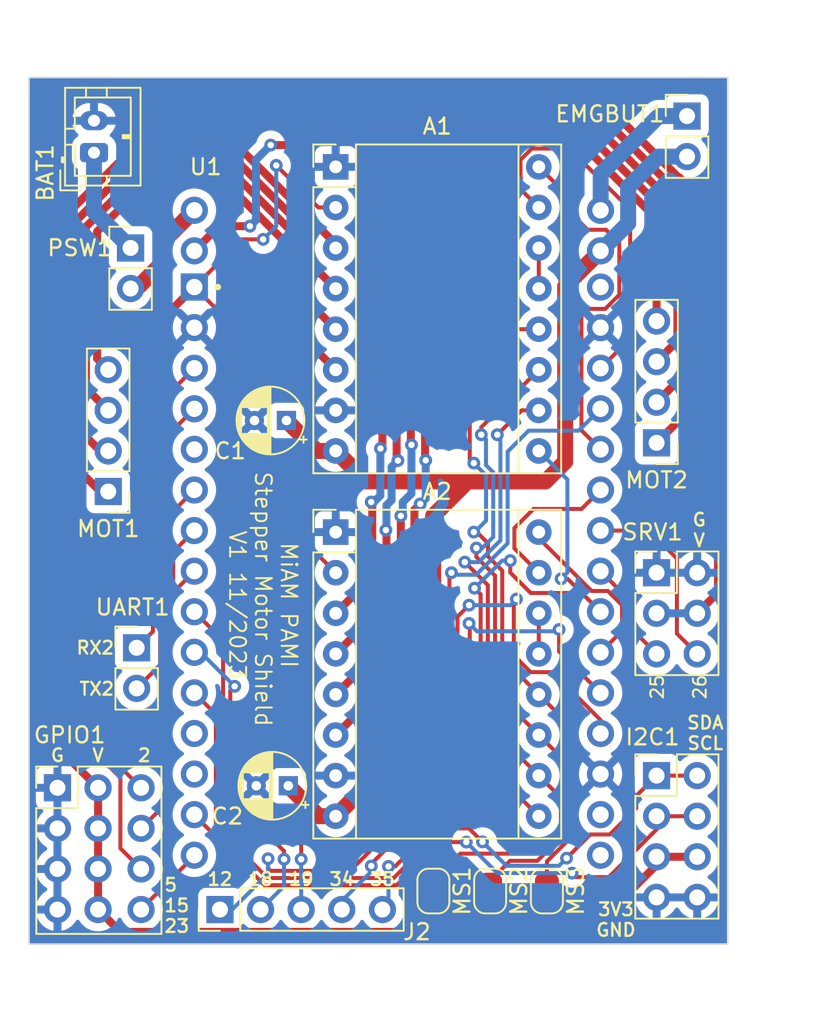
<source format=kicad_pcb>
(kicad_pcb (version 20221018) (generator pcbnew)
  (layers (0 "F.Cu" signal) (31 "B.Cu" signal) (34 "B.Paste" user) (35 "F.Paste" user) (36 "B.SilkS" user "B.Silkscreen") (37 "F.SilkS" user "F.Silkscreen") (38 "B.Mask" user) (39 "F.Mask" user) (44 "Edge.Cuts" user))
  (net 0 "")
  (net 1 "GND")
  (net 2 "+12V")
  (net 3 "/BAT_READING")
  (net 4 "+3V3")
  (net 5 "/POWER_SWITCH")
  (net 6 "/EMERGENCY_BUTTON")
  (net 7 "/5V_POWER")
  (net 8 "/SDA")
  (net 9 "/SCL")
  (net 10 "/BATTERY_INPUT")
  (net 11 "/RX2")
  (net 12 "/TX2")
  (net 13 "/GPIO2")
  (net 14 "/GPIO5")
  (net 15 "/GPIO15")
  (net 16 "/GPIO23")
  (net 17 "/SERVO_PWM_1")
  (net 18 "/SERVO_PWM_2")
  (net 23 "Net-(A1-1B)")
  (net 24 "Net-(A1-1A)")
  (net 25 "Net-(A1-2A)")
  (net 26 "Net-(A1-2B)")
  (net 27 "/NOT_MOT_EN")
  (net 28 "/MS1")
  (net 29 "/MS2")
  (net 30 "/MS3")
  (net 31 "Net-(A1-~{RESET})")
  (net 32 "/STEP_1")
  (net 33 "/DIR_1")
  (net 34 "Net-(A2-1B)")
  (net 35 "Net-(A2-1A)")
  (net 36 "Net-(A2-2A)")
  (net 37 "Net-(A2-2B)")
  (net 38 "Net-(A2-~{RESET})")
  (net 39 "/STEP_2")
  (net 40 "/DIR_2")
  (net 42 "/GPIO12")
  (net 43 "/GPIO18")
  (net 44 "/GPIO19")
  (net 45 "/GPIO34")
  (net 46 "/GPIO35")
  (footprint "Jumper:SolderJumper-2_P1.3mm_Open_RoundedPad1.0x1.5mm" (layer "F.Cu") (at 79.756 97.394 -90)
    (fp_text reference "MS3")
    (fp_text value "SolderJumper_2_Open")
  )
  (footprint "Connector_PinHeader_2.54mm:PinHeader_2x04_P2.54mm_Vertical" (layer "F.Cu") (at 86.614 90.17)
    (fp_text reference "I2C1")
    (fp_text value "Conn_02x04_Odd_Even")
  )
  (footprint "Connector_PinHeader_2.54mm:PinHeader_1x02_P2.54mm_Vertical" (layer "F.Cu") (at 54.102 82.169)
    (fp_text reference "UART1")
    (fp_text value "Conn_01x02_Male")
  )
  (footprint "MiAM_ESP32_Footprints:ESP32_ShieldPattern" (layer "F.Cu") (at 70.4088 75.1078)
    (fp_text reference "U1")
    (fp_text value "ESP32-DEVKIT-V1" hide)
  )
  (footprint "Connector_PinHeader_2.54mm:PinHeader_2x03_P2.54mm_Vertical" (layer "F.Cu") (at 86.614 77.47)
    (fp_text reference "SRV1")
    (fp_text value "Conn_02x03_Odd_Even")
  )
  (footprint "Module:Pololu_Breakout-16_15.2x20.3mm" (layer "F.Cu") (at 66.548 74.93)
    (fp_text reference "A2")
    (fp_text value "Pololu_Breakout_A4988")
  )
  (footprint "MiAM_ESP32_Footprints:PinHeader_3x4_P2.54mm_Vertical" (layer "F.Cu") (at 49.149 90.932)
    (fp_text reference "GPIO1")
    (fp_text value "~")
  )
  (footprint "Connector_PinHeader_2.54mm:PinHeader_1x04_P2.54mm_Vertical" (layer "F.Cu") (at 52.324 72.39 180)
    (fp_text reference "MOT1")
    (fp_text value "Conn_01x04_Male")
  )
  (footprint "Connector_PinHeader_2.54mm:PinHeader_1x04_P2.54mm_Vertical" (layer "F.Cu") (at 86.614 69.342 180)
    (fp_text reference "MOT2")
    (fp_text value "Conn_01x04_Male")
  )
  (footprint "Capacitor_THT:CP_Radial_D4.0mm_P2.00mm" (layer "F.Cu") (at 63.468 67.945 180)
    (fp_text reference "C1")
    (fp_text value "100uF")
  )
  (footprint "Capacitor_THT:CP_Radial_D4.0mm_P2.00mm" (layer "F.Cu") (at 63.5836 90.805 180)
    (fp_text reference "C2")
    (fp_text value "100uF")
  )
  (footprint "Jumper:SolderJumper-2_P1.3mm_Open_RoundedPad1.0x1.5mm" (layer "F.Cu") (at 76.206 97.394 -90)
    (fp_text reference "MS2")
    (fp_text value "SolderJumper_2_Open")
  )
  (footprint "Module:Pololu_Breakout-16_15.2x20.3mm" (layer "F.Cu") (at 66.548 52.07)
    (fp_text reference "A1")
    (fp_text value "Pololu_Breakout_A4988")
  )
  (footprint "Connector_PinHeader_2.54mm:PinHeader_1x02_P2.54mm_Vertical" (layer "F.Cu") (at 88.519 48.89)
    (fp_text reference "EMGBUT1")
    (fp_text value "Conn_01x02_Male")
  )
  (footprint "Jumper:SolderJumper-2_P1.3mm_Open_RoundedPad1.0x1.5mm" (layer "F.Cu") (at 72.656 97.394 -90)
    (fp_text reference "MS1")
    (fp_text value "SolderJumper_2_Open")
  )
  (footprint "Connector_PinHeader_2.54mm:PinHeader_1x02_P2.54mm_Vertical" (layer "F.Cu") (at 53.721 57.145)
    (fp_text reference "PSW1")
    (fp_text value "Conn_01x02_Male")
  )
  (footprint "Connector_JST:JST_PH_B2B-PH-K_1x02_P2.00mm_Vertical" (layer "F.Cu") (at 51.435 51.181 90)
    (fp_text reference "BAT1")
    (fp_text value "Screw_Terminal_01x02")
  )
  (footprint "Connector_PinHeader_2.54mm:PinHeader_1x05_P2.54mm_Vertical" (layer "F.Cu") (at 59.309 98.552 90)
    (fp_text reference "J2")
    (fp_text value "Conn_01x05_Male")
  )
  (gr_rect (start 47.371 46.482) (end 91.059 100.711) (stroke (width 0.1)) (fill none) (layer "Edge.Cuts"))
  (gr_text "G\nV" (at 89.281 74.803) (layer "F.SilkS") (effects (font (size 0.8 0.8))))
  (gr_text "34" (at 66.929 96.647) (layer "F.SilkS") (effects (font (size 0.8 0.8))))
  (gr_text "35" (at 69.469 96.647) (layer "F.SilkS") (effects (font (size 0.8 0.8))))
  (gr_text "5\n15\n23" (at 55.753 98.298) (layer "F.SilkS") (effects (font (size 0.8 0.8)) (justify left)))
  (gr_text "MiAM PAMI\nStepper Motor Shield \nV1 11/2023" (at 59.817 79.502 -90) (layer "F.SilkS") (effects (font (size 1 1) (thickness 0.125)) (justify bottom)))
  (gr_text "26" (at 89.789 85.471 90) (layer "F.SilkS") (effects (font (size 0.8 0.8) (thickness 0.125)) (justify left bottom)))
  (gr_text "G" (at 49.149 88.9) (layer "F.SilkS") (effects (font (size 0.8 0.8))))
  (gr_text "2" (at 54.102 88.9) (layer "F.SilkS") (effects (font (size 0.8 0.8)) (justify left)))
  (gr_text "RX2" (at 52.772 82.169) (layer "F.SilkS") (effects (font (size 0.8 0.8)) (justify right)))
  (gr_text "19" (at 64.389 96.647) (layer "F.SilkS") (effects (font (size 0.8 0.8))))
  (gr_text "12" (at 59.309 96.647) (layer "F.SilkS") (effects (font (size 0.8 0.8))))
  (gr_text "3V3\nGND" (at 84.074 99.187) (layer "F.SilkS") (effects (font (size 0.8 0.8))))
  (gr_text "25" (at 87.122 85.471 90) (layer "F.SilkS") (effects (font (size 0.8 0.8) (thickness 0.125)) (justify left bottom)))
  (gr_text "TX2" (at 52.772 84.739) (layer "F.SilkS") (effects (font (size 0.8 0.8)) (justify right)))
  (gr_text "18" (at 61.849 96.647) (layer "F.SilkS") (effects (font (size 0.8 0.8))))
  (gr_text "SDA\nSCL" (at 89.662 87.503) (layer "F.SilkS") (effects (font (size 0.8 0.8))))
  (gr_text "V" (at 51.689 88.9) (layer "F.SilkS") (effects (font (size 0.8 0.8))))
  (segment (start 83.1185 54.7855) (end 83.1185 52.5175) (width 1) (layer "B.Cu") (net 2))
  (segment (start 83.1185 52.5175) (end 86.746 48.89) (width 1) (layer "B.Cu") (net 2))
  (segment (start 86.746 48.89) (end 88.519 48.89) (width 1) (layer "B.Cu") (net 2))
  (segment (start 59.944 70.866) (end 66.548 77.47) (width 0.25) (layer "F.Cu") (net 4))
  (segment (start 53.086 99.949) (end 51.689 98.552) (width 0.5) (layer "F.Cu") (net 4))
  (segment (start 86.614 95.25) (end 86.614 95.758) (width 0.5) (layer "F.Cu") (net 4))
  (segment (start 57.7088 59.5928) (end 54.229 63.0726) (width 0.5) (layer "F.Cu") (net 4))
  (segment (start 54.229 63.0726) (end 54.229 74.5175) (width 0.5) (layer "F.Cu") (net 4))
  (segment (start 79.756 98.044) (end 79.756 99.949) (width 0.25) (layer "F.Cu") (net 4))
  (segment (start 89.154 95.25) (end 86.614 95.25) (width 0.5) (layer "F.Cu") (net 4))
  (segment (start 72.656 99.937) (end 72.644 99.949) (width 0.25) (layer "F.Cu") (net 4))
  (segment (start 82.423 99.949) (end 79.756 99.949) (width 0.5) (layer "F.Cu") (net 4))
  (segment (start 86.614 95.758) (end 82.423 99.949) (width 0.5) (layer "F.Cu") (net 4))
  (segment (start 49.911 78.8355) (end 49.911 89.154) (width 0.5) (layer "F.Cu") (net 4))
  (segment (start 62.010312 56.607688) (end 60.693912 56.607688) (width 0.25) (layer "F.Cu") (net 4))
  (segment (start 79.756 99.949) (end 76.2 99.949) (width 0.5) (layer "F.Cu") (net 4))
  (segment (start 76.2 99.949) (end 72.644 99.949) (width 0.5) (layer "F.Cu") (net 4))
  (segment (start 49.911 89.154) (end 51.689 90.932) (width 0.5) (layer "F.Cu") (net 4))
  (segment (start 54.229 74.5175) (end 49.911 78.8355) (width 0.5) (layer "F.Cu") (net 4))
  (segment (start 72.644 99.949) (end 53.086 99.949) (width 0.5) (layer "F.Cu") (net 4))
  (segment (start 60.693912 56.607688) (end 57.7088 59.5928) (width 0.25) (layer "F.Cu") (net 4))
  (segment (start 72.656 98.044) (end 72.656 99.937) (width 0.25) (layer "F.Cu") (net 4))
  (segment (start 65.463376 54.61) (end 62.830688 51.977312) (width 0.25) (layer "F.Cu") (net 4))
  (segment (start 76.206 98.044) (end 76.206 99.943) (width 0.25) (layer "F.Cu") (net 4))
  (segment (start 59.944 61.828) (end 59.944 70.866) (width 0.25) (layer "F.Cu") (net 4))
  (segment (start 51.689 98.552) (end 51.689 90.932) (width 0.5) (layer "F.Cu") (net 4))
  (segment (start 57.7088 59.5928) (end 59.944 61.828) (width 0.25) (layer "F.Cu") (net 4))
  (segment (start 66.548 54.61) (end 65.463376 54.61) (width 0.25) (layer "F.Cu") (net 4))
  (segment (start 76.206 99.943) (end 76.2 99.949) (width 0.25) (layer "F.Cu") (net 4))
  (via (at 62.830688 51.977312) (size 0.8) (drill 0.4) (layers "F.Cu" "B.Cu") (net 4))
  (via (at 62.010312 56.607688) (size 0.8) (drill 0.4) (layers "F.Cu" "B.Cu") (net 4))
  (segment (start 62.830688 55.787312) (end 62.830688 51.977312) (width 0.25) (layer "B.Cu") (net 4))
  (segment (start 62.010312 56.607688) (end 62.830688 55.787312) (width 0.25) (layer "B.Cu") (net 4))
  (segment (start 54.102 59.69) (end 53.721 59.69) (width 1) (layer "F.Cu") (net 5))
  (segment (start 55.753 56.7436) (end 55.753 58.039) (width 1) (layer "F.Cu") (net 5))
  (segment (start 55.753 58.039) (end 54.102 59.69) (width 1) (layer "F.Cu") (net 5))
  (segment (start 57.7088 54.7878) (end 55.753 56.7436) (width 1) (layer "F.Cu") (net 5))
  (segment (start 66.548 92.71) (end 65.4886 92.71) (width 1) (layer "F.Cu") (net 6))
  (segment (start 80.899 70.526104) (end 79.670104 71.755) (width 1) (layer "F.Cu") (net 6))
  (segment (start 65.373 69.85) (end 63.468 67.945) (width 1) (layer "F.Cu") (net 6))
  (segment (start 74.802295 71.755) (end 72.644 73.913295) (width 1) (layer "F.Cu") (net 6))
  (segment (start 72.644 73.913295) (end 72.644 86.614) (width 1) (layer "F.Cu") (net 6))
  (segment (start 68.453 71.755) (end 66.548 69.85) (width 1) (layer "F.Cu") (net 6))
  (segment (start 80.899 59.5376) (end 80.899 70.526104) (width 1) (layer "F.Cu") (net 6))
  (segment (start 79.670104 71.755) (end 68.453 71.755) (width 1) (layer "F.Cu") (net 6))
  (segment (start 83.1088 57.3278) (end 80.899 59.5376) (width 1) (layer "F.Cu") (net 6))
  (segment (start 65.4886 92.71) (end 63.5836 90.805) (width 1) (layer "F.Cu") (net 6))
  (segment (start 79.670104 71.755) (end 74.802295 71.755) (width 1) (layer "F.Cu") (net 6))
  (segment (start 72.644 86.614) (end 66.548 92.71) (width 1) (layer "F.Cu") (net 6))
  (segment (start 66.548 69.85) (end 65.373 69.85) (width 1) (layer "F.Cu") (net 6))
  (segment (start 84.836 53.34) (end 84.836 55.608) (width 1) (layer "B.Cu") (net 6))
  (segment (start 88.519 51.43) (end 86.746 51.43) (width 1) (layer "B.Cu") (net 6))
  (segment (start 84.836 55.608) (end 83.1185 57.3255) (width 1) (layer "B.Cu") (net 6))
  (segment (start 86.746 51.43) (end 84.836 53.34) (width 1) (layer "B.Cu") (net 6))
  (segment (start 59.254412 55.782188) (end 57.7088 57.3278) (width 0.5) (layer "F.Cu") (net 7))
  (segment (start 90.454 78.71) (end 89.154 80.01) (width 0.5) (layer "F.Cu") (net 7))
  (segment (start 67.183 47.371) (end 82.62317 47.371) (width 0.5) (layer "F.Cu") (net 7))
  (segment (start 82.62317 47.371) (end 87.977514 52.725344) (width 0.5) (layer "F.Cu") (net 7))
  (segment (start 88.031344 52.725344) (end 90.454 55.148) (width 0.5) (layer "F.Cu") (net 7))
  (segment (start 90.454 55.148) (end 90.454 78.71) (width 0.5) (layer "F.Cu") (net 7))
  (segment (start 62.484 50.707312) (end 63.846688 50.707312) (width 0.5) (layer "F.Cu") (net 7))
  (segment (start 61.184812 55.782188) (end 59.254412 55.782188) (width 0.5) (layer "F.Cu") (net 7))
  (segment (start 63.846688 50.707312) (end 67.183 47.371) (width 0.5) (layer "F.Cu") (net 7))
  (segment (start 87.977514 52.725344) (end 88.031344 52.725344) (width 0.5) (layer "F.Cu") (net 7))
  (via (at 61.184812 55.782188) (size 0.8) (drill 0.4) (layers "F.Cu" "B.Cu") (net 7))
  (via (at 62.484 50.707312) (size 0.8) (drill 0.4) (layers "F.Cu" "B.Cu") (net 7))
  (segment (start 62.484 50.707312) (end 61.560688 51.630624) (width 0.5) (layer "B.Cu") (net 7))
  (segment (start 61.560688 55.406312) (end 61.184812 55.782188) (width 0.5) (layer "B.Cu") (net 7))
  (segment (start 89.154 80.01) (end 86.614 80.01) (width 0.5) (layer "B.Cu") (net 7))
  (segment (start 61.560688 51.630624) (end 61.560688 55.406312) (width 0.5) (layer "B.Cu") (net 7))
  (segment (start 59.055 93.343604) (end 59.055 86.339) (width 0.25) (layer "F.Cu") (net 8))
  (segment (start 74.93 93.472) (end 73.280396 93.472) (width 0.25) (layer "F.Cu") (net 8))
  (segment (start 70.174396 96.578) (end 62.289396 96.578) (width 0.25) (layer "F.Cu") (net 8))
  (segment (start 73.280396 93.472) (end 70.174396 96.578) (width 0.25) (layer "F.Cu") (net 8))
  (segment (start 85.344 91.44) (end 86.614 90.17) (width 0.25) (layer "F.Cu") (net 8))
  (segment (start 74.93 93.519429) (end 74.93 93.472) (width 0.25) (layer "F.Cu") (net 8))
  (segment (start 59.055 86.339) (end 57.7088 84.9928) (width 0.25) (layer "F.Cu") (net 8))
  (segment (start 80.984807 95.335807) (end 82.467614 93.853) (width 0.25) (layer "F.Cu") (net 8))
  (segment (start 62.289396 96.578) (end 59.055 93.343604) (width 0.25) (layer "F.Cu") (net 8))
  (segment (start 85.344 92.202) (end 85.344 91.44) (width 0.25) (layer "F.Cu") (net 8))
  (segment (start 82.467614 93.853) (end 83.693 93.853) (width 0.25) (layer "F.Cu") (net 8))
  (segment (start 83.693 93.853) (end 85.344 92.202) (width 0.25) (layer "F.Cu") (net 8))
  (segment (start 75.727523 94.316952) (end 74.93 93.519429) (width 0.25) (layer "F.Cu") (net 8))
  (segment (start 89.154 90.17) (end 86.614 90.17) (width 0.25) (layer "F.Cu") (net 8))
  (via (at 80.984807 95.335807) (size 0.8) (drill 0.4) (layers "F.Cu" "B.Cu") (net 8))
  (via (at 75.727523 94.316952) (size 0.8) (drill 0.4) (layers "F.Cu" "B.Cu") (net 8))
  (segment (start 75.727523 94.316952) (end 77.226571 95.816) (width 0.25) (layer "B.Cu") (net 8))
  (segment (start 80.504614 95.816) (end 80.984807 95.335807) (width 0.25) (layer "B.Cu") (net 8))
  (segment (start 77.226571 95.816) (end 80.504614 95.816) (width 0.25) (layer "B.Cu") (net 8))
  (segment (start 73.059292 94.3295) (end 70.360792 97.028) (width 0.25) (layer "F.Cu") (net 9))
  (segment (start 89.154 92.71) (end 86.614 92.71) (width 0.25) (layer "F.Cu") (net 9))
  (segment (start 70.360792 97.028) (end 62.103 97.028) (width 0.25) (layer "F.Cu") (net 9))
  (segment (start 86.614 93.5355) (end 86.614 92.71) (width 0.25) (layer "F.Cu") (net 9))
  (segment (start 57.7088 92.6338) (end 57.7088 92.6128) (width 0.25) (layer "F.Cu") (net 9))
  (segment (start 81.3296 96.273956) (end 81.575644 96.52) (width 0.25) (layer "F.Cu") (net 9))
  (segment (start 81.575644 96.52) (end 83.6295 96.52) (width 0.25) (layer "F.Cu") (net 9))
  (segment (start 62.103 97.028) (end 57.7088 92.6338) (width 0.25) (layer "F.Cu") (net 9))
  (segment (start 74.715472 94.3295) (end 73.059292 94.3295) (width 0.25) (layer "F.Cu") (net 9))
  (segment (start 83.6295 96.52) (end 86.614 93.5355) (width 0.25) (layer "F.Cu") (net 9))
  (via (at 81.3296 96.273956) (size 0.8) (drill 0.4) (layers "F.Cu" "B.Cu") (net 9))
  (via (at 74.715472 94.3295) (size 0.8) (drill 0.4) (layers "F.Cu" "B.Cu") (net 9))
  (segment (start 74.715472 94.3295) (end 76.651972 96.266) (width 0.25) (layer "B.Cu") (net 9))
  (segment (start 76.651972 96.266) (end 81.321644 96.266) (width 0.25) (layer "B.Cu") (net 9))
  (segment (start 81.321644 96.266) (end 81.3296 96.273956) (width 0.25) (layer "B.Cu") (net 9))
  (segment (start 51.435 54.859) (end 53.691472 57.115472) (width 1) (layer "B.Cu") (net 10))
  (segment (start 51.435 51.181) (end 51.435 54.859) (width 1) (layer "B.Cu") (net 10))
  (segment (start 55.88 77.936208) (end 55.88 74.129) (width 0.25) (layer "F.Cu") (net 11))
  (segment (start 55.118 81.153) (end 55.118 78.698208) (width 0.25) (layer "F.Cu") (net 11))
  (segment (start 55.118 78.698208) (end 55.88 77.936208) (width 0.25) (layer "F.Cu") (net 11))
  (segment (start 55.88 74.129) (end 57.7185 72.2905) (width 0.25) (layer "F.Cu") (net 11))
  (segment (start 54.102 82.169) (end 55.118 81.153) (width 0.25) (layer "F.Cu") (net 11))
  (segment (start 55.568 78.884604) (end 55.568 83.243) (width 0.25) (layer "F.Cu") (net 12))
  (segment (start 56.388 76.161) (end 56.388 78.064604) (width 0.25) (layer "F.Cu") (net 12))
  (segment (start 57.7185 74.8305) (end 56.388 76.161) (width 0.25) (layer "F.Cu") (net 12))
  (segment (start 56.388 78.064604) (end 55.568 78.884604) (width 0.25) (layer "F.Cu") (net 12))
  (segment (start 55.568 83.243) (end 54.102 84.709) (width 0.25) (layer "F.Cu") (net 12))
  (segment (start 55.372 69.5496) (end 57.7088 67.2128) (width 0.25) (layer "F.Cu") (net 13))
  (segment (start 51.816 78.994) (end 55.372 75.438) (width 0.25) (layer "F.Cu") (net 13))
  (segment (start 54.379 90.932) (end 51.816 88.369) (width 0.25) (layer "F.Cu") (net 13))
  (segment (start 51.816 88.369) (end 51.816 78.994) (width 0.25) (layer "F.Cu") (net 13))
  (segment (start 55.372 75.438) (end 55.372 69.5496) (width 0.25) (layer "F.Cu") (net 13))
  (segment (start 56.018 79.071) (end 56.018 91.833) (width 0.25) (layer "F.Cu") (net 14))
  (segment (start 56.018 91.833) (end 54.379 93.472) (width 0.25) (layer "F.Cu") (net 14))
  (segment (start 57.7185 77.3705) (end 56.018 79.071) (width 0.25) (layer "F.Cu") (net 14))
  (segment (start 51.308 88.519) (end 51.308 78.865604) (width 0.25) (layer "F.Cu") (net 15))
  (segment (start 53.086 94.719) (end 53.086 90.297) (width 0.25) (layer "F.Cu") (net 15))
  (segment (start 53.086 90.297) (end 51.308 88.519) (width 0.25) (layer "F.Cu") (net 15))
  (segment (start 54.922 75.251604) (end 54.922 67.4596) (width 0.25) (layer "F.Cu") (net 15))
  (segment (start 51.308 78.865604) (end 54.922 75.251604) (width 0.25) (layer "F.Cu") (net 15))
  (segment (start 54.922 67.4596) (end 57.7088 64.6728) (width 0.25) (layer "F.Cu") (net 15))
  (segment (start 54.379 96.012) (end 53.086 94.719) (width 0.25) (layer "F.Cu") (net 15))
  (segment (start 57.7185 95.1895) (end 54.379 98.529) (width 0.25) (layer "F.Cu") (net 16))
  (segment (start 57.7185 95.1505) (end 57.7185 95.1895) (width 0.25) (layer "F.Cu") (net 16))
  (segment (start 54.379 98.529) (end 54.379 98.552) (width 0.25) (layer "F.Cu") (net 16))
  (segment (start 84.963 80.899) (end 86.614 82.55) (width 0.25) (layer "F.Cu") (net 17))
  (segment (start 84.963 79.227) (end 84.963 80.899) (width 0.25) (layer "F.Cu") (net 17))
  (segment (start 83.1088 77.3728) (end 84.963 79.227) (width 0.25) (layer "F.Cu") (net 17))
  (segment (start 87.884 81.28) (end 87.884 76.58038) (width 0.25) (layer "F.Cu") (net 18))
  (segment (start 87.884 76.58038) (end 86.13642 74.8328) (width 0.25) (layer "F.Cu") (net 18))
  (segment (start 86.13642 74.8328) (end 83.1088 74.8328) (width 0.25) (layer "F.Cu") (net 18))
  (segment (start 89.154 82.55) (end 87.884 81.28) (width 0.25) (layer "F.Cu") (net 18))
  (segment (start 49.53 55.245) (end 49.53 70.094) (width 0.5) (layer "F.Cu") (net 23))
  (segment (start 66.548 56.896) (end 60.452 50.8) (width 0.5) (layer "F.Cu") (net 23))
  (segment (start 49.53 70.094) (end 51.826 72.39) (width 0.5) (layer "F.Cu") (net 23))
  (segment (start 60.452 50.8) (end 53.975 50.8) (width 0.5) (layer "F.Cu") (net 23))
  (segment (start 66.548 57.15) (end 66.548 56.896) (width 0.5) (layer "F.Cu") (net 23))
  (segment (start 53.975 50.8) (end 49.53 55.245) (width 0.5) (layer "F.Cu") (net 23))
  (segment (start 50.23 68.254) (end 51.826 69.85) (width 0.5) (layer "F.Cu") (net 24))
  (segment (start 54.26495 51.5) (end 60.16205 51.5) (width 0.5) (layer "F.Cu") (net 24))
  (segment (start 64.77 57.912) (end 64.77 56.10795) (width 0.5) (layer "F.Cu") (net 24))
  (segment (start 50.23 55.53495) (end 50.23 68.254) (width 0.5) (layer "F.Cu") (net 24))
  (segment (start 64.77 56.10795) (end 60.16205 51.5) (width 0.5) (layer "F.Cu") (net 24))
  (segment (start 66.548 59.69) (end 64.77 57.912) (width 0.5) (layer "F.Cu") (net 24))
  (segment (start 54.26495 51.5) (end 50.23 55.53495) (width 0.5) (layer "F.Cu") (net 24))
  (segment (start 64.008 56.3359) (end 59.8721 52.2) (width 0.5) (layer "F.Cu") (net 25))
  (segment (start 66.548 62.23) (end 64.008 59.69) (width 0.5) (layer "F.Cu") (net 25))
  (segment (start 54.5549 52.2) (end 50.93 55.8249) (width 0.5) (layer "F.Cu") (net 25))
  (segment (start 50.93 65.916) (end 52.324 67.31) (width 0.5) (layer "F.Cu") (net 25))
  (segment (start 64.008 59.69) (end 64.008 56.3359) (width 0.5) (layer "F.Cu") (net 25))
  (segment (start 50.93 55.8249) (end 50.93 65.916) (width 0.5) (layer "F.Cu") (net 25))
  (segment (start 59.8721 52.2) (end 54.5549 52.2) (width 0.5) (layer "F.Cu") (net 25))
  (segment (start 51.63 56.11485) (end 51.63 64.076) (width 0.5) (layer "F.Cu") (net 26))
  (segment (start 51.63 64.076) (end 52.324 64.77) (width 0.5) (layer "F.Cu") (net 26))
  (segment (start 63.246 61.468) (end 63.246 56.642) (width 0.5) (layer "F.Cu") (net 26))
  (segment (start 59.504 52.9) (end 54.84485 52.9) (width 0.5) (layer "F.Cu") (net 26))
  (segment (start 54.84485 52.9) (end 51.63 56.11485) (width 0.5) (layer "F.Cu") (net 26))
  (segment (start 66.548 64.77) (end 63.246 61.468) (width 0.5) (layer "F.Cu") (net 26))
  (segment (start 63.246 56.642) (end 59.504 52.9) (width 0.5) (layer "F.Cu") (net 26))
  (segment (start 80.645 77.851) (end 81.047 77.851) (width 0.25) (layer "F.Cu") (net 27))
  (segment (start 81.936 78.74) (end 83.1088 79.9128) (width 0.25) (layer "F.Cu") (net 27))
  (segment (start 77.465701 77.465701) (end 78.74 78.74) (width 0.25) (layer "F.Cu") (net 27))
  (segment (start 77.465701 76.712299) (end 77.465701 77.465701) (width 0.25) (layer "F.Cu") (net 27))
  (segment (start 78.74 78.74) (end 81.936 78.74) (width 0.25) (layer "F.Cu") (net 27))
  (segment (start 81.047 77.851) (end 83.1088 79.9128) (width 0.25) (layer "F.Cu") (net 27))
  (segment (start 75.612 89.074) (end 79.248 92.71) (width 0.25) (layer "F.Cu") (net 27))
  (segment (start 75.612 78.824324) (end 75.612 89.074) (width 0.25) (layer "F.Cu") (net 27))
  (segment (start 75.228838 78.441162) (end 75.612 78.824324) (width 0.25) (layer "F.Cu") (net 27))
  (via (at 77.465701 76.712299) (size 0.8) (drill 0.4) (layers "F.Cu" "B.Cu") (net 27))
  (via (at 75.228838 78.441162) (size 0.8) (drill 0.4) (layers "F.Cu" "B.Cu") (net 27))
  (via (at 80.645 77.851) (size 0.8) (drill 0.4) (layers "F.Cu" "B.Cu") (net 27))
  (segment (start 81.036953 77.459047) (end 81.036953 71.638953) (width 0.25) (layer "B.Cu") (net 27))
  (segment (start 81.036953 71.638953) (end 79.248 69.85) (width 0.25) (layer "B.Cu") (net 27))
  (segment (start 77.465701 76.712299) (end 76.957701 76.712299) (width 0.25) (layer "B.Cu") (net 27))
  (segment (start 80.645 77.851) (end 81.036953 77.459047) (width 0.25) (layer "B.Cu") (net 27))
  (segment (start 76.957701 76.712299) (end 75.228838 78.441162) (width 0.25) (layer "B.Cu") (net 27))
  (segment (start 74.346 95.054) (end 72.656 96.744) (width 0.25) (layer "F.Cu") (net 28))
  (segment (start 79.248 67.31) (end 78.178003 67.31) (width 0.25) (layer "F.Cu") (net 28))
  (segment (start 80.634 93.389224) (end 78.969224 95.054) (width 0.25) (layer "F.Cu") (net 28))
  (segment (start 78.178003 67.31) (end 76.654003 68.834) (width 0.25) (layer "F.Cu") (net 28))
  (segment (start 76.062 86.984) (end 79.248 90.17) (width 0.25) (layer "F.Cu") (net 28))
  (segment (start 79.248 90.17) (end 80.634 91.556) (width 0.25) (layer "F.Cu") (net 28))
  (segment (start 78.969224 95.054) (end 74.346 95.054) (width 0.25) (layer "F.Cu") (net 28))
  (segment (start 80.634 91.556) (end 80.634 93.389224) (width 0.25) (layer "F.Cu") (net 28))
  (segment (start 74.620522 76.808246) (end 76.062 78.249724) (width 0.25) (layer "F.Cu") (net 28))
  (segment (start 76.062 78.249724) (end 76.062 86.984) (width 0.25) (layer "F.Cu") (net 28))
  (via (at 74.620522 76.808246) (size 0.8) (drill 0.4) (layers "F.Cu" "B.Cu") (net 28))
  (via (at 76.654003 68.834) (size 0.8) (drill 0.4) (layers "F.Cu" "B.Cu") (net 28))
  (segment (start 76.849342 75.446154) (end 75.48725 76.808246) (width 0.25) (layer "B.Cu") (net 28))
  (segment (start 76.654003 68.834) (end 76.849342 69.029339) (width 0.25) (layer "B.Cu") (net 28))
  (segment (start 75.48725 76.808246) (end 74.620522 76.808246) (width 0.25) (layer "B.Cu") (net 28))
  (segment (start 76.849342 69.029339) (end 76.849342 75.446154) (width 0.25) (layer "B.Cu") (net 28))
  (segment (start 79.248 64.77) (end 75.6545 68.3635) (width 0.25) (layer "F.Cu") (net 29))
  (segment (start 81.084 93.57562) (end 79.15562 95.504) (width 0.25) (layer "F.Cu") (net 29))
  (segment (start 77.446 95.504) (end 76.206 96.744) (width 0.25) (layer "F.Cu") (net 29))
  (segment (start 76.512 84.894) (end 79.248 87.63) (width 0.25) (layer "F.Cu") (net 29))
  (segment (start 75.345022 75.925169) (end 75.345022 76.488022) (width 0.25) (layer "F.Cu") (net 29))
  (segment (start 76.512 77.655) (end 76.512 84.894) (width 0.25) (layer "F.Cu") (net 29))
  (segment (start 79.248 87.63) (end 81.084 89.466) (width 0.25) (layer "F.Cu") (net 29))
  (segment (start 75.345022 76.488022) (end 76.512 77.655) (width 0.25) (layer "F.Cu") (net 29))
  (segment (start 75.6545 68.3635) (end 75.6545 68.834) (width 0.25) (layer "F.Cu") (net 29))
  (segment (start 81.084 89.466) (end 81.084 93.57562) (width 0.25) (layer "F.Cu") (net 29))
  (segment (start 79.15562 95.504) (end 77.446 95.504) (width 0.25) (layer "F.Cu") (net 29))
  (via (at 75.6545 68.834) (size 0.8) (drill 0.4) (layers "F.Cu" "B.Cu") (net 29))
  (via (at 75.345022 75.925169) (size 0.8) (drill 0.4) (layers "F.Cu" "B.Cu") (net 29))
  (segment (start 75.712831 75.925169) (end 75.345022 75.925169) (width 0.25) (layer "B.Cu") (net 29))
  (segment (start 75.946 70.737604) (end 76.399342 71.190946) (width 0.25) (layer "B.Cu") (net 29))
  (segment (start 75.946 69.1255) (end 75.946 70.737604) (width 0.25) (layer "B.Cu") (net 29))
  (segment (start 76.399342 71.190946) (end 76.399342 75.238658) (width 0.25) (layer "B.Cu") (net 29))
  (segment (start 75.6545 68.834) (end 75.946 69.1255) (width 0.25) (layer "B.Cu") (net 29))
  (segment (start 76.399342 75.238658) (end 75.712831 75.925169) (width 0.25) (layer "B.Cu") (net 29))
  (segment (start 75.375158 74.93) (end 76.070022 75.624864) (width 0.25) (layer "F.Cu") (net 30))
  (segment (start 74.93 70.358) (end 75.184 70.612) (width 0.25) (layer "F.Cu") (net 30))
  (segment (start 76.070022 75.624864) (end 76.070022 76.451022) (width 0.25) (layer "F.Cu") (net 30))
  (segment (start 79.756 95.540016) (end 79.756 96.744) (width 0.25) (layer "F.Cu") (net 30))
  (segment (start 81.534 87.376) (end 81.534 93.762016) (width 0.25) (layer "F.Cu") (net 30))
  (segment (start 79.248 85.09) (end 81.534 87.376) (width 0.25) (layer "F.Cu") (net 30))
  (segment (start 76.962 62.23) (end 74.93 64.262) (width 0.25) (layer "F.Cu") (net 30))
  (segment (start 76.962 77.343) (end 76.962 82.804) (width 0.25) (layer "F.Cu") (net 30))
  (segment (start 74.93 64.262) (end 74.93 70.358) (width 0.25) (layer "F.Cu") (net 30))
  (segment (start 75.184 74.93) (end 75.375158 74.93) (width 0.25) (layer "F.Cu") (net 30))
  (segment (start 76.070022 76.451022) (end 76.962 77.343) (width 0.25) (layer "F.Cu") (net 30))
  (segment (start 81.534 93.762016) (end 79.756 95.540016) (width 0.25) (layer "F.Cu") (net 30))
  (segment (start 79.248 62.23) (end 76.962 62.23) (width 0.25) (layer "F.Cu") (net 30))
  (segment (start 76.962 82.804) (end 79.248 85.09) (width 0.25) (layer "F.Cu") (net 30))
  (via (at 75.184 70.612) (size 0.8) (drill 0.4) (layers "F.Cu" "B.Cu") (net 30))
  (via (at 75.184 74.93) (size 0.8) (drill 0.4) (layers "F.Cu" "B.Cu") (net 30))
  (segment (start 75.949342 74.215411) (end 75.949342 71.377342) (width 0.25) (layer "B.Cu") (net 30))
  (segment (start 75.234753 74.93) (end 75.949342 74.215411) (width 0.25) (layer "B.Cu") (net 30))
  (segment (start 75.949342 71.377342) (end 75.184 70.612) (width 0.25) (layer "B.Cu") (net 30))
  (segment (start 75.184 74.93) (end 75.234753 74.93) (width 0.25) (layer "B.Cu") (net 30))
  (segment (start 79.248 57.15) (end 79.248 59.69) (width 0.25) (layer "F.Cu") (net 31))
  (segment (start 81.157527 50.927) (end 84.963 54.732473) (width 0.25) (layer "F.Cu") (net 32))
  (segment (start 84.963 54.732473) (end 84.963 62.8186) (width 0.25) (layer "F.Cu") (net 32))
  (segment (start 84.963 62.8186) (end 83.1088 64.6728) (width 0.25) (layer "F.Cu") (net 32))
  (segment (start 78.807122 50.927) (end 81.157527 50.927) (width 0.25) (layer "F.Cu") (net 32))
  (segment (start 78.123 53.485) (end 78.123 52.723) (width 0.25) (layer "F.Cu") (net 32))
  (segment (start 78.105 51.629122) (end 78.807122 50.927) (width 0.25) (layer "F.Cu") (net 32))
  (segment (start 78.123 52.723) (end 78.105 52.705) (width 0.25) (layer "F.Cu") (net 32))
  (segment (start 78.105 52.705) (end 78.105 51.629122) (width 0.25) (layer "F.Cu") (net 32))
  (segment (start 79.248 54.61) (end 78.123 53.485) (width 0.25) (layer "F.Cu") (net 32))
  (segment (start 84.2838 56.842746) (end 84.2838 60.077854) (width 0.25) (layer "F.Cu") (net 33))
  (segment (start 83.401654 60.96) (end 82.296 60.96) (width 0.25) (layer "F.Cu") (net 33))
  (segment (start 83.448054 56.007) (end 84.2838 56.842746) (width 0.25) (layer "F.Cu") (net 33))
  (segment (start 82.296 56.007) (end 83.448054 56.007) (width 0.25) (layer "F.Cu") (net 33))
  (segment (start 81.407 54.229) (end 81.407 55.118) (width 0.25) (layer "F.Cu") (net 33))
  (segment (start 82.296 60.96) (end 81.915 61.341) (width 0.25) (layer "F.Cu") (net 33))
  (segment (start 81.915 61.341) (end 81.915 68.559) (width 0.25) (layer "F.Cu") (net 33))
  (segment (start 81.407 55.118) (end 82.296 56.007) (width 0.25) (layer "F.Cu") (net 33))
  (segment (start 81.915 68.559) (end 83.1088 69.7528) (width 0.25) (layer "F.Cu") (net 33))
  (segment (start 84.2838 60.077854) (end 83.401654 60.96) (width 0.25) (layer "F.Cu") (net 33))
  (segment (start 79.248 52.07) (end 81.407 54.229) (width 0.25) (layer "F.Cu") (net 33))
  (segment (start 69.469 53.213) (end 74.611001 48.071) (width 0.5) (layer "F.Cu") (net 34))
  (segment (start 82.33322 48.071) (end 87.687565 53.425344) (width 0.5) (layer "F.Cu") (net 34))
  (segment (start 69.469 69.575226) (end 69.469 53.213) (width 0.5) (layer "F.Cu") (net 34))
  (segment (start 69.347729 69.696497) (end 69.469 69.575226) (width 0.5) (layer "F.Cu") (net 34))
  (segment (start 87.687565 53.425344) (end 87.741394 53.425344) (width 0.5) (layer "F.Cu") (net 34))
  (segment (start 68.7705 73.045) (end 68.834 73.1085) (width 0.5) (layer "F.Cu") (net 34))
  (segment (start 68.834 73.1085) (end 68.834 77.724) (width 0.5) (layer "F.Cu") (net 34))
  (segment (start 74.611001 48.071) (end 82.33322 48.071) (width 0.5) (layer "F.Cu") (net 34))
  (segment (start 89.346 66.61) (end 86.614 69.342) (width 0.5) (layer "F.Cu") (net 34))
  (segment (start 68.834 77.724) (end 66.548 80.01) (width 0.5) (layer "F.Cu") (net 34))
  (segment (start 87.741394 53.425344) (end 89.346 55.02995) (width 0.5) (layer "F.Cu") (net 34))
  (segment (start 89.346 55.02995) (end 89.346 66.61) (width 0.5) (layer "F.Cu") (net 34))
  (via (at 68.7705 73.045) (size 0.8) (drill 0.4) (layers "F.Cu" "B.Cu") (net 34))
  (via (at 69.347729 69.696497) (size 0.8) (drill 0.4) (layers "F.Cu" "B.Cu") (net 34))
  (segment (start 69.342 69.702226) (end 69.347729 69.696497) (width 0.5) (layer "B.Cu") (net 34))
  (segment (start 68.7705 73.045) (end 68.937086 73.045) (width 0.5) (layer "B.Cu") (net 34))
  (segment (start 68.937086 73.045) (end 69.342 72.640086) (width 0.5) (layer "B.Cu") (net 34))
  (segment (start 69.342 72.640086) (end 69.342 69.702226) (width 0.5) (layer "B.Cu") (net 34))
  (segment (start 88.646 64.77) (end 86.614 66.802) (width 0.5) (layer "F.Cu") (net 35))
  (segment (start 69.723 79.375) (end 66.548 82.55) (width 0.5) (layer "F.Cu") (net 35))
  (segment (start 88.646 55.3199) (end 88.646 64.77) (width 0.5) (layer "F.Cu") (net 35))
  (segment (start 69.6835 74.803) (end 69.723 74.8425) (width 0.5) (layer "F.Cu") (net 35))
  (segment (start 87.451444 54.125344) (end 88.646 55.3199) (width 0.5) (layer "F.Cu") (net 35))
  (segment (start 70.358 70.372229) (end 70.358 53.31395) (width 0.5) (layer "F.Cu") (net 35))
  (segment (start 70.358 53.31395) (end 74.90095 48.771) (width 0.5) (layer "F.Cu") (net 35))
  (segment (start 87.397616 54.125344) (end 87.451444 54.125344) (width 0.5) (layer "F.Cu") (net 35))
  (segment (start 70.437 70.451229) (end 70.358 70.372229) (width 0.5) (layer "F.Cu") (net 35))
  (segment (start 82.04327 48.771) (end 87.397616 54.125344) (width 0.5) (layer "F.Cu") (net 35))
  (segment (start 74.90095 48.771) (end 82.04327 48.771) (width 0.5) (layer "F.Cu") (net 35))
  (segment (start 69.723 74.8425) (end 69.723 79.375) (width 0.5) (layer "F.Cu") (net 35))
  (via (at 70.437 70.451229) (size 0.8) (drill 0.4) (layers "F.Cu" "B.Cu") (net 35))
  (via (at 69.6835 74.803) (size 0.8) (drill 0.4) (layers "F.Cu" "B.Cu") (net 35))
  (segment (start 69.723 74.7635) (end 69.723 73.249036) (width 0.5) (layer "B.Cu") (net 35))
  (segment (start 69.6835 74.803) (end 69.723 74.7635) (width 0.5) (layer "B.Cu") (net 35))
  (segment (start 70.042 70.846229) (end 70.437 70.451229) (width 0.5) (layer "B.Cu") (net 35))
  (segment (start 70.042 72.930035) (end 70.042 70.846229) (width 0.5) (layer "B.Cu") (net 35))
  (segment (start 69.723 73.249036) (end 70.042 72.930035) (width 0.5) (layer "B.Cu") (net 35))
  (segment (start 71.247 53.4149) (end 75.1909 49.471) (width 0.5) (layer "F.Cu") (net 36))
  (segment (start 75.1909 49.471) (end 81.75332 49.471) (width 0.5) (layer "F.Cu") (net 36))
  (segment (start 70.621154 81.016846) (end 66.548 85.09) (width 0.5) (layer "F.Cu") (net 36))
  (segment (start 87.914 55.63168) (end 87.914 62.962) (width 0.5) (layer "F.Cu") (net 36))
  (segment (start 87.914 62.962) (end 86.614 64.262) (width 0.5) (layer "F.Cu") (net 36))
  (segment (start 81.75332 49.471) (end 87.914 55.63168) (width 0.5) (layer "F.Cu") (net 36))
  (segment (start 70.621154 73.9145) (end 70.621154 81.016846) (width 0.5) (layer "F.Cu") (net 36))
  (segment (start 71.2865 69.469) (end 71.247 69.4295) (width 0.5) (layer "F.Cu") (net 36))
  (segment (start 70.621654 73.914) (end 70.621154 73.9145) (width 0.5) (layer "F.Cu") (net 36))
  (segment (start 71.247 69.4295) (end 71.247 53.4149) (width 0.5) (layer "F.Cu") (net 36))
  (via (at 70.621654 73.914) (size 0.8) (drill 0.4) (layers "F.Cu" "B.Cu") (net 36))
  (via (at 71.2865 69.469) (size 0.8) (drill 0.4) (layers "F.Cu" "B.Cu") (net 36))
  (segment (start 70.621654 73.914) (end 70.742 73.793654) (width 0.5) (layer "B.Cu") (net 36))
  (segment (start 70.742 73.05899) (end 71.2865 72.51449) (width 0.5) (layer "B.Cu") (net 36))
  (segment (start 70.742 73.793654) (end 70.742 73.05899) (width 0.5) (layer "B.Cu") (net 36))
  (segment (start 71.2865 72.51449) (end 71.2865 69.469) (width 0.5) (layer "B.Cu") (net 36))
  (segment (start 86.614 55.321626) (end 86.614 61.722) (width 0.5) (layer "F.Cu") (net 37))
  (segment (start 75.48085 50.171) (end 81.463371 50.171) (width 0.5) (layer "F.Cu") (net 37))
  (segment (start 72.136 70.396639) (end 72.136 53.51585) (width 0.5) (layer "F.Cu") (net 37))
  (segment (start 71.471154 82.706846) (end 66.548 87.63) (width 0.5) (layer "F.Cu") (net 37))
  (segment (start 81.463371 50.171) (end 86.614 55.321626) (width 0.5) (layer "F.Cu") (net 37))
  (segment (start 71.835542 73.166824) (end 71.471154 73.531212) (width 0.5) (layer "F.Cu") (net 37))
  (segment (start 71.471154 73.531212) (end 71.471154 82.706846) (width 0.5) (layer "F.Cu") (net 37))
  (segment (start 72.176616 70.437255) (end 72.136 70.396639) (width 0.5) (layer "F.Cu") (net 37))
  (segment (start 72.136 53.51585) (end 75.48085 50.171) (width 0.5) (layer "F.Cu") (net 37))
  (via (at 72.176616 70.437255) (size 0.8) (drill 0.4) (layers "F.Cu" "B.Cu") (net 37))
  (via (at 71.835542 73.166824) (size 0.8) (drill 0.4) (layers "F.Cu" "B.Cu") (net 37))
  (segment (start 71.835542 73.166824) (end 72.176616 72.82575) (width 0.5) (layer "B.Cu") (net 37))
  (segment (start 72.176616 72.82575) (end 72.176616 70.437255) (width 0.5) (layer "B.Cu") (net 37))
  (segment (start 79.248 80.01) (end 79.248 82.55) (width 0.25) (layer "F.Cu") (net 38))
  (segment (start 81.9216 73.48) (end 78.92 73.48) (width 0.25) (layer "F.Cu") (net 39))
  (segment (start 77.724 74.676) (end 77.724 75.946) (width 0.25) (layer "F.Cu") (net 39))
  (segment (start 78.92 73.48) (end 77.724 74.676) (width 0.25) (layer "F.Cu") (net 39))
  (segment (start 77.724 75.946) (end 79.248 77.47) (width 0.25) (layer "F.Cu") (net 39))
  (segment (start 83.1088 72.2928) (end 81.9216 73.48) (width 0.25) (layer "F.Cu") (net 39))
  (segment (start 84.455 79.502) (end 84.455 81.1066) (width 0.25) (layer "F.Cu") (net 40))
  (segment (start 82.55 78.613) (end 83.566 78.613) (width 0.25) (layer "F.Cu") (net 40))
  (segment (start 84.455 81.1066) (end 83.1088 82.4528) (width 0.25) (layer "F.Cu") (net 40))
  (segment (start 79.248 75.311) (end 82.55 78.613) (width 0.25) (layer "F.Cu") (net 40))
  (segment (start 79.248 74.93) (end 79.248 75.311) (width 0.25) (layer "F.Cu") (net 40))
  (segment (start 83.566 78.613) (end 84.455 79.502) (width 0.25) (layer "F.Cu") (net 40))
  (segment (start 67.448 96.128) (end 73.66 89.916) (width 0.25) (layer "F.Cu") (net 42))
  (segment (start 73.66 77.597) (end 73.787 77.47) (width 0.25) (layer "F.Cu") (net 42))
  (segment (start 62.319453 95.971661) (end 62.475792 96.128) (width 0.25) (layer "F.Cu") (net 42))
  (segment (start 62.475792 96.128) (end 67.448 96.128) (width 0.25) (layer "F.Cu") (net 42))
  (segment (start 73.66 89.916) (end 73.66 77.597) (width 0.25) (layer "F.Cu") (net 42))
  (segment (start 62.319453 95.371775) (end 62.319453 95.971661) (width 0.25) (layer "F.Cu") (net 42))
  (via (at 62.319453 95.371775) (size 0.8) (drill 0.4) (layers "F.Cu" "B.Cu") (net 42))
  (via (at 73.787 77.47) (size 0.8) (drill 0.4) (layers "F.Cu" "B.Cu") (net 42))
  (segment (start 73.914 77.597) (end 75.334892 77.597) (width 0.25) (layer "B.Cu") (net 42))
  (segment (start 77.299342 75.63255) (end 77.299342 69.893658) (width 0.25) (layer "B.Cu") (net 42))
  (segment (start 62.319453 95.371775) (end 62.319453 96.303547) (width 0.25) (layer "B.Cu") (net 42))
  (segment (start 78.613 68.58) (end 81.7416 68.58) (width 0.25) (layer "B.Cu") (net 42))
  (segment (start 77.299342 69.893658) (end 78.613 68.58) (width 0.25) (layer "B.Cu") (net 42))
  (segment (start 75.334892 77.597) (end 77.299342 75.63255) (width 0.25) (layer "B.Cu") (net 42))
  (segment (start 62.319453 96.303547) (end 60.071 98.552) (width 0.25) (layer "B.Cu") (net 42))
  (segment (start 81.7416 68.58) (end 83.1088 67.2128) (width 0.25) (layer "B.Cu") (net 42))
  (segment (start 60.071 98.552) (end 59.309 98.552) (width 0.25) (layer "B.Cu") (net 42))
  (segment (start 73.787 77.47) (end 73.914 77.597) (width 0.25) (layer "B.Cu") (net 42))
  (segment (start 63.318451 95.4035) (end 63.318451 94.894646) (width 0.25) (layer "F.Cu") (net 43))
  (segment (start 59.505 91.990499) (end 59.505 81.709) (width 0.25) (layer "F.Cu") (net 43))
  (segment (start 61.768805 93.345) (end 60.859501 93.345) (width 0.25) (layer "F.Cu") (net 43))
  (segment (start 63.318451 94.894646) (end 61.768805 93.345) (width 0.25) (layer "F.Cu") (net 43))
  (segment (start 60.859501 93.345) (end 59.505 91.990499) (width 0.25) (layer "F.Cu") (net 43))
  (segment (start 59.505 81.709) (end 57.7088 79.9128) (width 0.25) (layer "F.Cu") (net 43))
  (via (at 63.318451 95.4035) (size 0.8) (drill 0.4) (layers "F.Cu" "B.Cu") (net 43))
  (segment (start 63.318451 95.4035) (end 63.318451 97.082549) (width 0.25) (layer "B.Cu") (net 43))
  (segment (start 63.318451 97.082549) (end 61.849 98.552) (width 0.25) (layer "B.Cu") (net 43))
  (segment (start 64.389 94.510695) (end 62.715305 92.837) (width 0.25) (layer "F.Cu") (net 44))
  (segment (start 60.987897 92.837) (end 59.955 91.804103) (width 0.25) (layer "F.Cu") (net 44))
  (segment (start 62.715305 92.837) (end 60.987897 92.837) (width 0.25) (layer "F.Cu") (net 44))
  (segment (start 59.955 91.804103) (end 59.955 84.8565) (width 0.25) (layer "F.Cu") (net 44))
  (segment (start 59.955 84.8565) (end 60.2295 84.582) (width 0.25) (layer "F.Cu") (net 44))
  (segment (start 64.389 95.4035) (end 64.389 94.510695) (width 0.25) (layer "F.Cu") (net 44))
  (via (at 60.2295 84.582) (size 0.8) (drill 0.4) (layers "F.Cu" "B.Cu") (net 44))
  (via (at 64.389 95.4035) (size 0.8) (drill 0.4) (layers "F.Cu" "B.Cu") (net 44))
  (segment (start 60.2295 84.582) (end 58.1003 82.4528) (width 0.25) (layer "B.Cu") (net 44))
  (segment (start 64.389 95.4035) (end 64.389 98.552) (width 0.25) (layer "B.Cu") (net 44))
  (segment (start 58.1003 82.4528) (end 57.7088 82.4528) (width 0.25) (layer "B.Cu") (net 44))
  (segment (start 77.6865 79.2855) (end 77.6865 82.6395) (width 0.25) (layer "F.Cu") (net 45))
  (segment (start 77.6865 82.6395) (end 78.74 83.693) (width 0.25) (layer "F.Cu") (net 45))
  (segment (start 80.114344 83.693) (end 83.1088 86.687456) (width 0.25) (layer "F.Cu") (net 45))
  (segment (start 68.774799 95.825799) (end 68.774799 95.690201) (width 0.25) (layer "F.Cu") (net 45))
  (segment (start 83.1088 86.687456) (end 83.1088 87.5328) (width 0.25) (layer "F.Cu") (net 45))
  (segment (start 74.1625 80.227) (end 74.8875 79.502) (width 0.25) (layer "F.Cu") (net 45))
  (segment (start 77.851 79.121) (end 77.6865 79.2855) (width 0.25) (layer "F.Cu") (net 45))
  (segment (start 78.74 83.693) (end 80.114344 83.693) (width 0.25) (layer "F.Cu") (net 45))
  (segment (start 74.1625 90.3025) (end 74.1625 80.227) (width 0.25) (layer "F.Cu") (net 45))
  (segment (start 68.774799 95.690201) (end 74.1625 90.3025) (width 0.25) (layer "F.Cu") (net 45))
  (via (at 68.774799 95.825799) (size 0.8) (drill 0.4) (layers "F.Cu" "B.Cu") (net 45))
  (via (at 74.8875 79.502) (size 0.8) (drill 0.4) (layers "F.Cu" "B.Cu") (net 45))
  (via (at 77.851 79.121) (size 0.8) (drill 0.4) (layers "F.Cu" "B.Cu") (net 45))
  (segment (start 68.774799 95.825799) (end 68.774799 96.166701) (width 0.25) (layer "B.Cu") (net 45))
  (segment (start 77.851 79.121) (end 77.47 79.502) (width 0.25) (layer "B.Cu") (net 45))
  (segment (start 66.929 98.0125) (end 66.929 98.552) (width 0.25) (layer "B.Cu") (net 45))
  (segment (start 77.47 79.502) (end 74.8875 79.502) (width 0.25) (layer "B.Cu") (net 45))
  (segment (start 68.774799 96.166701) (end 66.929 98.0125) (width 0.25) (layer "B.Cu") (net 45))
  (segment (start 83.1088 84.9928) (end 80.518 82.402) (width 0.25) (layer "F.Cu") (net 46))
  (segment (start 70.2625 95.8535) (end 74.93 91.186) (width 0.25) (layer "F.Cu") (net 46))
  (segment (start 74.93 91.186) (end 74.93 80.6875) (width 0.25) (layer "F.Cu") (net 46))
  (segment (start 69.85 95.8535) (end 70.2625 95.8535) (width 0.25) (layer "F.Cu") (net 46))
  (segment (start 80.518 82.402) (end 80.518 81.026) (width 0.25) (layer "F.Cu") (net 46))
  (segment (start 74.93 80.6875) (end 74.8875 80.645) (width 0.25) (layer "F.Cu") (net 46))
  (via (at 80.518 81.026) (size 0.8) (drill 0.4) (layers "F.Cu" "B.Cu") (net 46))
  (via (at 69.85 95.8535) (size 0.8) (drill 0.4) (layers "F.Cu" "B.Cu") (net 46))
  (via (at 74.8875 80.645) (size 0.8) (drill 0.4) (layers "F.Cu" "B.Cu") (net 46))
  (segment (start 75.3775 81.135) (end 80.409 81.135) (width 0.25) (layer "B.Cu") (net 46))
  (segment (start 69.85 95.8535) (end 69.85 98.171) (width 0.25) (layer "B.Cu") (net 46))
  (segment (start 74.8875 80.645) (end 75.3775 81.135) (width 0.25) (layer "B.Cu") (net 46))
  (segment (start 80.409 81.135) (end 80.518 81.026) (width 0.25) (layer "B.Cu") (net 46))
  (segment (start 69.85 98.171) (end 69.469 98.552) (width 0.25) (layer "B.Cu") (net 46))
  (zone (net 1) (net_name "GND") (layer "B.Cu") (connect_pads (clearance 0.508)) (min_thickness 0.25) (fill yes (thermal_gap 0.5) (thermal_bridge_width 0.5))
    (polygon (pts (xy 47.371 46.482) (xy 47.371 100.711) (xy 91.059 100.711) (xy 91.059 46.482)))
  )
)
</source>
